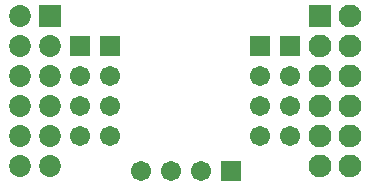
<source format=gbs>
G04*
G04 #@! TF.GenerationSoftware,Altium Limited,Altium Designer,23.3.1 (30)*
G04*
G04 Layer_Color=16711935*
%FSLAX44Y44*%
%MOMM*%
G71*
G04*
G04 #@! TF.SameCoordinates,7D95EF5C-A674-4E58-8619-D26F187C42BB*
G04*
G04*
G04 #@! TF.FilePolarity,Negative*
G04*
G01*
G75*
%ADD30R,1.7032X1.7032*%
%ADD31C,1.7032*%
%ADD32R,1.8542X1.8542*%
%ADD33C,1.8542*%
%ADD34R,1.7032X1.7032*%
%ADD35C,1.9304*%
%ADD36R,1.8796X1.8796*%
D30*
X355600Y406400D02*
D03*
X330200D02*
D03*
X508000D02*
D03*
X482600D02*
D03*
D31*
X355600Y381000D02*
D03*
Y355600D02*
D03*
Y330200D02*
D03*
X330200Y381000D02*
D03*
Y355600D02*
D03*
Y330200D02*
D03*
X382270Y300990D02*
D03*
X407670D02*
D03*
X433070D02*
D03*
X508000Y330200D02*
D03*
Y355600D02*
D03*
Y381000D02*
D03*
X482600Y330200D02*
D03*
Y355600D02*
D03*
Y381000D02*
D03*
D32*
X304800Y431800D02*
D03*
D33*
Y406400D02*
D03*
Y381000D02*
D03*
Y355600D02*
D03*
Y330200D02*
D03*
Y304800D02*
D03*
X279400Y431800D02*
D03*
Y406400D02*
D03*
Y381000D02*
D03*
Y355600D02*
D03*
Y330200D02*
D03*
Y304800D02*
D03*
D34*
X458470Y300990D02*
D03*
D35*
X558800Y304800D02*
D03*
Y330200D02*
D03*
Y355600D02*
D03*
Y381000D02*
D03*
Y406400D02*
D03*
Y431800D02*
D03*
X533400Y304800D02*
D03*
Y330200D02*
D03*
Y355600D02*
D03*
Y381000D02*
D03*
Y406400D02*
D03*
D36*
Y431800D02*
D03*
M02*

</source>
